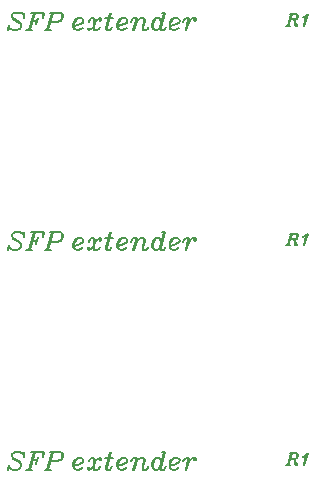
<source format=gto>
%FSLAX46Y46*%
%MOMM*%
%ADD10C,0.150000*%
G01*
%LPD*%
G01*
%LPD*%
D10*
X40400000Y43373808D02*
X40685716Y44373808D01*
D10*
X40447620Y43373808D02*
X40733332Y44373808D01*
D10*
X41066668Y44373808D02*
X40542856Y44373808D01*
D10*
X41209524Y44326192D02*
X41066668Y44373808D01*
D10*
X41257144Y44230952D02*
X41209524Y44326192D01*
D10*
X41257144Y44135716D02*
X41257144Y44230952D01*
D10*
X41209524Y43992856D02*
X41257144Y44135716D01*
D10*
X41161904Y43945240D02*
X41209524Y43992856D01*
D10*
X41019048Y43897620D02*
X41161904Y43945240D01*
D10*
X40590476Y43897620D02*
X41019048Y43897620D01*
D10*
X41161904Y44326192D02*
X41066668Y44373808D01*
D10*
X41209524Y44230952D02*
X41161904Y44326192D01*
D10*
X41209524Y44135716D02*
X41209524Y44230952D01*
D10*
X41161904Y43992856D02*
X41209524Y44135716D01*
D10*
X41114284Y43945240D02*
X41161904Y43992856D01*
D10*
X41019048Y43897620D02*
X41114284Y43945240D01*
D10*
X40923808Y43850000D02*
X40828572Y43897620D01*
D10*
X40971428Y43802380D02*
X40923808Y43850000D01*
D10*
X41019048Y43421428D02*
X40971428Y43802380D01*
D10*
X41066668Y43373808D02*
X41019048Y43421428D01*
D10*
X41161904Y43373808D02*
X41066668Y43373808D01*
D10*
X41209524Y43469048D02*
X41161904Y43373808D01*
D10*
X41209524Y43516668D02*
X41209524Y43469048D01*
D10*
X41066668Y43469048D02*
X40971428Y43802380D01*
D10*
X41114284Y43421428D02*
X41066668Y43469048D01*
D10*
X41161904Y43421428D02*
X41114284Y43421428D01*
D10*
X41209524Y43469048D02*
X41161904Y43421428D01*
D10*
X40590476Y43373808D02*
X40257144Y43373808D01*
D10*
X41733332Y43373808D02*
X41971428Y44183332D01*
D10*
X41780952Y43373808D02*
X42066668Y44373808D01*
D10*
X41923808Y44230952D02*
X42066668Y44373808D01*
D10*
X41780952Y44135716D02*
X41923808Y44230952D01*
D10*
X41685716Y44088096D02*
X41780952Y44135716D01*
D10*
X41828572Y44135716D02*
X42019048Y44230952D01*
D10*
X41685716Y44088096D02*
X41828572Y44135716D01*
D10*
X18028572Y44342856D02*
X17957142Y44342856D01*
D10*
X18100000Y44485716D02*
X18028572Y44342856D01*
D10*
X18028572Y44057144D02*
X18100000Y44485716D01*
D10*
X18028572Y44200000D02*
X18028572Y44057144D01*
D10*
X17957142Y44342856D02*
X18028572Y44200000D01*
D10*
X17885714Y44414284D02*
X17957142Y44342856D01*
D10*
X17671428Y44485716D02*
X17885714Y44414284D01*
D10*
X17385714Y44485716D02*
X17671428Y44485716D01*
D10*
X17171428Y44414284D02*
X17385714Y44485716D01*
D10*
X17028572Y44271428D02*
X17171428Y44414284D01*
D10*
X17028572Y44128572D02*
X17028572Y44271428D01*
D10*
X17100000Y43985716D02*
X17028572Y44128572D01*
D10*
X17171428Y43914284D02*
X17100000Y43985716D01*
D10*
X17671428Y43628572D02*
X17171428Y43914284D01*
D10*
X17814286Y43485716D02*
X17671428Y43628572D01*
D10*
X17171428Y43985716D02*
X17028572Y44128572D01*
D10*
X17671428Y43700000D02*
X17171428Y43985716D01*
D10*
X17742858Y43628572D02*
X17671428Y43700000D01*
D10*
X17814286Y43485716D02*
X17742858Y43628572D01*
D10*
X17814286Y43271428D02*
X17814286Y43485716D01*
D10*
X17742858Y43128572D02*
X17814286Y43271428D01*
D10*
X17671428Y43057144D02*
X17742858Y43128572D01*
D10*
X17457142Y42985716D02*
X17671428Y43057144D01*
D10*
X17171428Y42985716D02*
X17457142Y42985716D01*
D10*
X16957142Y43057144D02*
X17171428Y42985716D01*
D10*
X16885714Y43128572D02*
X16957142Y43057144D01*
D10*
X16814286Y43271428D02*
X16885714Y43128572D01*
D10*
X16814286Y43414284D02*
X16814286Y43271428D01*
D10*
X16742857Y42985716D02*
X16814286Y43414284D01*
D10*
X16814286Y43128572D02*
X16742857Y42985716D01*
D10*
X16885714Y43128572D02*
X16814286Y43128572D01*
D10*
X18457142Y42985716D02*
X18885714Y44485716D01*
D10*
X18528572Y42985716D02*
X18957142Y44485716D01*
D10*
X19100000Y43485716D02*
X19242856Y44057144D01*
D10*
X19742856Y44485716D02*
X18671428Y44485716D01*
D10*
X19671428Y44057144D02*
X19742856Y44485716D01*
D10*
X19671428Y44485716D02*
X19671428Y44057144D01*
D10*
X19171428Y43771428D02*
X18742856Y43771428D01*
D10*
X18742856Y42985716D02*
X18242858Y42985716D01*
D10*
X20028572Y42985716D02*
X20457142Y44485716D01*
D10*
X20100000Y42985716D02*
X20528572Y44485716D01*
D10*
X21100000Y44485716D02*
X20242856Y44485716D01*
D10*
X21314286Y44414284D02*
X21100000Y44485716D01*
D10*
X21385714Y44271428D02*
X21314286Y44414284D01*
D10*
X21385714Y44128572D02*
X21385714Y44271428D01*
D10*
X21314286Y43914284D02*
X21385714Y44128572D01*
D10*
X21171428Y43771428D02*
X21314286Y43914284D01*
D10*
X20885714Y43700000D02*
X21171428Y43771428D01*
D10*
X20314286Y43700000D02*
X20885714Y43700000D01*
D10*
X21242856Y44414284D02*
X21100000Y44485716D01*
D10*
X21314286Y44271428D02*
X21242856Y44414284D01*
D10*
X21314286Y44128572D02*
X21314286Y44271428D01*
D10*
X21242856Y43914284D02*
X21314286Y44128572D01*
D10*
X21100000Y43771428D02*
X21242856Y43914284D01*
D10*
X20885714Y43700000D02*
X21100000Y43771428D01*
D10*
X20314286Y42985716D02*
X19814286Y42985716D01*
D10*
X22600000Y43414284D02*
X22314286Y43342856D01*
D10*
X22814286Y43485716D02*
X22600000Y43414284D01*
D10*
X23028572Y43628572D02*
X22814286Y43485716D01*
D10*
X23100000Y43771428D02*
X23028572Y43628572D01*
D10*
X23028572Y43914284D02*
X23100000Y43771428D01*
D10*
X22885714Y43985716D02*
X23028572Y43914284D01*
D10*
X22671428Y43985716D02*
X22885714Y43985716D01*
D10*
X22457144Y43914284D02*
X22671428Y43985716D01*
D10*
X22314286Y43700000D02*
X22457144Y43914284D01*
D10*
X22242856Y43485716D02*
X22314286Y43700000D01*
D10*
X22242856Y43271428D02*
X22242856Y43485716D01*
D10*
X22314286Y43128572D02*
X22242856Y43271428D01*
D10*
X22385714Y43057144D02*
X22314286Y43128572D01*
D10*
X22528572Y42985716D02*
X22385714Y43057144D01*
D10*
X22671428Y42985716D02*
X22528572Y42985716D01*
D10*
X22885714Y43057144D02*
X22671428Y42985716D01*
D10*
X23028572Y43200000D02*
X22885714Y43057144D01*
D10*
X22528572Y43914284D02*
X22671428Y43985716D01*
D10*
X22385714Y43700000D02*
X22528572Y43914284D01*
D10*
X22314286Y43485716D02*
X22385714Y43700000D01*
D10*
X22314286Y43200000D02*
X22314286Y43485716D01*
D10*
X22385714Y43057144D02*
X22314286Y43200000D01*
D10*
X23671428Y43914284D02*
X23528572Y43700000D01*
D10*
X23814286Y43985716D02*
X23671428Y43914284D01*
D10*
X24028572Y43985716D02*
X23814286Y43985716D01*
D10*
X24100000Y43842856D02*
X24028572Y43985716D01*
D10*
X24100000Y43628572D02*
X24100000Y43842856D01*
D10*
X24028572Y43842856D02*
X23957142Y43985716D01*
D10*
X24028572Y43628572D02*
X24028572Y43842856D01*
D10*
X23957142Y43342856D02*
X24028572Y43628572D01*
D10*
X23885714Y43200000D02*
X23957142Y43342856D01*
D10*
X23742856Y43057144D02*
X23885714Y43200000D01*
D10*
X23600000Y42985716D02*
X23742856Y43057144D01*
D10*
X23528572Y42985716D02*
X23600000Y42985716D01*
D10*
X23457144Y43057144D02*
X23528572Y42985716D01*
D10*
X23457144Y43128572D02*
X23457144Y43057144D01*
D10*
X23528572Y43200000D02*
X23457144Y43128572D01*
D10*
X23600000Y43128572D02*
X23528572Y43200000D01*
D10*
X23528572Y43057144D02*
X23600000Y43128572D01*
D10*
X23957142Y43128572D02*
X23957142Y43342856D01*
D10*
X24028572Y42985716D02*
X23957142Y43128572D01*
D10*
X24242856Y42985716D02*
X24028572Y42985716D01*
D10*
X24385714Y43057144D02*
X24242856Y42985716D01*
D10*
X24528572Y43271428D02*
X24385714Y43057144D01*
D10*
X24457142Y43842856D02*
X24528572Y43914284D01*
D10*
X24528572Y43771428D02*
X24457142Y43842856D01*
D10*
X24600000Y43842856D02*
X24528572Y43771428D01*
D10*
X24600000Y43914284D02*
X24600000Y43842856D01*
D10*
X24528572Y43985716D02*
X24600000Y43914284D01*
D10*
X24457142Y43985716D02*
X24528572Y43985716D01*
D10*
X24314286Y43914284D02*
X24457142Y43985716D01*
D10*
X24171428Y43771428D02*
X24314286Y43914284D01*
D10*
X24100000Y43628572D02*
X24171428Y43771428D01*
D10*
X24028572Y43342856D02*
X24100000Y43628572D01*
D10*
X24028572Y43128572D02*
X24028572Y43342856D01*
D10*
X24100000Y42985716D02*
X24028572Y43128572D01*
D10*
X25100000Y43485716D02*
X25385714Y44485716D01*
D10*
X25028572Y43200000D02*
X25100000Y43485716D01*
D10*
X25028572Y43057144D02*
X25028572Y43200000D01*
D10*
X25100000Y42985716D02*
X25028572Y43057144D01*
D10*
X25314286Y42985716D02*
X25100000Y42985716D01*
D10*
X25457144Y43128572D02*
X25314286Y42985716D01*
D10*
X25528572Y43271428D02*
X25457144Y43128572D01*
D10*
X25171428Y43485716D02*
X25457144Y44485716D01*
D10*
X25100000Y43200000D02*
X25171428Y43485716D01*
D10*
X25100000Y43057144D02*
X25100000Y43200000D01*
D10*
X25171428Y42985716D02*
X25100000Y43057144D01*
D10*
X25600000Y43985716D02*
X24957142Y43985716D01*
D10*
X26314286Y43414284D02*
X26028572Y43342856D01*
D10*
X26528572Y43485716D02*
X26314286Y43414284D01*
D10*
X26742856Y43628572D02*
X26528572Y43485716D01*
D10*
X26814286Y43771428D02*
X26742856Y43628572D01*
D10*
X26742856Y43914284D02*
X26814286Y43771428D01*
D10*
X26600000Y43985716D02*
X26742856Y43914284D01*
D10*
X26385714Y43985716D02*
X26600000Y43985716D01*
D10*
X26171428Y43914284D02*
X26385714Y43985716D01*
D10*
X26028572Y43700000D02*
X26171428Y43914284D01*
D10*
X25957144Y43485716D02*
X26028572Y43700000D01*
D10*
X25957144Y43271428D02*
X25957144Y43485716D01*
D10*
X26028572Y43128572D02*
X25957144Y43271428D01*
D10*
X26100000Y43057144D02*
X26028572Y43128572D01*
D10*
X26242856Y42985716D02*
X26100000Y43057144D01*
D10*
X26385714Y42985716D02*
X26242856Y42985716D01*
D10*
X26600000Y43057144D02*
X26385714Y42985716D01*
D10*
X26742856Y43200000D02*
X26600000Y43057144D01*
D10*
X26242856Y43914284D02*
X26385714Y43985716D01*
D10*
X26100000Y43700000D02*
X26242856Y43914284D01*
D10*
X26028572Y43485716D02*
X26100000Y43700000D01*
D10*
X26028572Y43200000D02*
X26028572Y43485716D01*
D10*
X26100000Y43057144D02*
X26028572Y43200000D01*
D10*
X27171428Y43842856D02*
X27100000Y43700000D01*
D10*
X27314286Y43985716D02*
X27171428Y43842856D01*
D10*
X27528572Y43985716D02*
X27314286Y43985716D01*
D10*
X27600000Y43914284D02*
X27528572Y43985716D01*
D10*
X27600000Y43771428D02*
X27600000Y43914284D01*
D10*
X27528572Y43485716D02*
X27600000Y43771428D01*
D10*
X27385714Y42985716D02*
X27528572Y43485716D01*
D10*
X27528572Y43914284D02*
X27457144Y43985716D01*
D10*
X27528572Y43771428D02*
X27528572Y43914284D01*
D10*
X27457144Y43485716D02*
X27528572Y43771428D01*
D10*
X27314286Y42985716D02*
X27457144Y43485716D01*
D10*
X27671428Y43771428D02*
X27528572Y43485716D01*
D10*
X27814286Y43914284D02*
X27671428Y43771428D01*
D10*
X27957144Y43985716D02*
X27814286Y43914284D01*
D10*
X28100000Y43985716D02*
X27957144Y43985716D01*
D10*
X28242856Y43914284D02*
X28100000Y43985716D01*
D10*
X28314286Y43842856D02*
X28242856Y43914284D01*
D10*
X28314286Y43700000D02*
X28314286Y43842856D01*
D10*
X28171428Y43271428D02*
X28314286Y43700000D01*
D10*
X28171428Y43057144D02*
X28171428Y43271428D01*
D10*
X28242856Y42985716D02*
X28171428Y43057144D01*
D10*
X28242856Y43842856D02*
X28100000Y43985716D01*
D10*
X28242856Y43700000D02*
X28242856Y43842856D01*
D10*
X28100000Y43271428D02*
X28242856Y43700000D01*
D10*
X28100000Y43057144D02*
X28100000Y43271428D01*
D10*
X28171428Y42985716D02*
X28100000Y43057144D01*
D10*
X28385714Y42985716D02*
X28171428Y42985716D01*
D10*
X28528572Y43128572D02*
X28385714Y42985716D01*
D10*
X28600000Y43271428D02*
X28528572Y43128572D01*
D10*
X29671428Y43485716D02*
X29957144Y44485716D01*
D10*
X29600000Y43200000D02*
X29671428Y43485716D01*
D10*
X29600000Y43057144D02*
X29600000Y43200000D01*
D10*
X29671428Y42985716D02*
X29600000Y43057144D01*
D10*
X29885714Y42985716D02*
X29671428Y42985716D01*
D10*
X30028572Y43128572D02*
X29885714Y42985716D01*
D10*
X30100000Y43271428D02*
X30028572Y43128572D01*
D10*
X29742856Y43485716D02*
X30028572Y44485716D01*
D10*
X29671428Y43200000D02*
X29742856Y43485716D01*
D10*
X29671428Y43057144D02*
X29671428Y43200000D01*
D10*
X29742856Y42985716D02*
X29671428Y43057144D01*
D10*
X29671428Y43700000D02*
X29671428Y43485716D01*
D10*
X29600000Y43914284D02*
X29671428Y43700000D01*
D10*
X29457144Y43985716D02*
X29600000Y43914284D01*
D10*
X29314286Y43985716D02*
X29457144Y43985716D01*
D10*
X29100000Y43914284D02*
X29314286Y43985716D01*
D10*
X28957144Y43700000D02*
X29100000Y43914284D01*
D10*
X28885714Y43485716D02*
X28957144Y43700000D01*
D10*
X28885714Y43271428D02*
X28885714Y43485716D01*
D10*
X28957144Y43128572D02*
X28885714Y43271428D01*
D10*
X29028572Y43057144D02*
X28957144Y43128572D01*
D10*
X29171428Y42985716D02*
X29028572Y43057144D01*
D10*
X29314286Y42985716D02*
X29171428Y42985716D01*
D10*
X29457144Y43057144D02*
X29314286Y42985716D01*
D10*
X29600000Y43271428D02*
X29457144Y43057144D01*
D10*
X29671428Y43485716D02*
X29600000Y43271428D01*
D10*
X29171428Y43914284D02*
X29314286Y43985716D01*
D10*
X29028572Y43700000D02*
X29171428Y43914284D01*
D10*
X28957144Y43485716D02*
X29028572Y43700000D01*
D10*
X28957144Y43200000D02*
X28957144Y43485716D01*
D10*
X29028572Y43057144D02*
X28957144Y43200000D01*
D10*
X30028572Y44485716D02*
X29742856Y44485716D01*
D10*
X30742856Y43414284D02*
X30457144Y43342856D01*
D10*
X30957144Y43485716D02*
X30742856Y43414284D01*
D10*
X31171428Y43628572D02*
X30957144Y43485716D01*
D10*
X31242856Y43771428D02*
X31171428Y43628572D01*
D10*
X31171428Y43914284D02*
X31242856Y43771428D01*
D10*
X31028572Y43985716D02*
X31171428Y43914284D01*
D10*
X30814284Y43985716D02*
X31028572Y43985716D01*
D10*
X30600000Y43914284D02*
X30814284Y43985716D01*
D10*
X30457144Y43700000D02*
X30600000Y43914284D01*
D10*
X30385714Y43485716D02*
X30457144Y43700000D01*
D10*
X30385714Y43271428D02*
X30385714Y43485716D01*
D10*
X30457144Y43128572D02*
X30385714Y43271428D01*
D10*
X30528572Y43057144D02*
X30457144Y43128572D01*
D10*
X30671428Y42985716D02*
X30528572Y43057144D01*
D10*
X30814284Y42985716D02*
X30671428Y42985716D01*
D10*
X31028572Y43057144D02*
X30814284Y42985716D01*
D10*
X31171428Y43200000D02*
X31028572Y43057144D01*
D10*
X30671428Y43914284D02*
X30814284Y43985716D01*
D10*
X30528572Y43700000D02*
X30671428Y43914284D01*
D10*
X30457144Y43485716D02*
X30528572Y43700000D01*
D10*
X30457144Y43200000D02*
X30457144Y43485716D01*
D10*
X30528572Y43057144D02*
X30457144Y43200000D01*
D10*
X31600000Y43842856D02*
X31528572Y43700000D01*
D10*
X31742856Y43985716D02*
X31600000Y43842856D01*
D10*
X31957144Y43985716D02*
X31742856Y43985716D01*
D10*
X32028572Y43914284D02*
X31957144Y43985716D01*
D10*
X32028572Y43771428D02*
X32028572Y43914284D01*
D10*
X31957144Y43485716D02*
X32028572Y43771428D01*
D10*
X31814284Y42985716D02*
X31957144Y43485716D01*
D10*
X31957144Y43914284D02*
X31885714Y43985716D01*
D10*
X31957144Y43771428D02*
X31957144Y43914284D01*
D10*
X31885714Y43485716D02*
X31957144Y43771428D01*
D10*
X31742856Y42985716D02*
X31885714Y43485716D01*
D10*
X32100000Y43771428D02*
X31957144Y43485716D01*
D10*
X32242856Y43914284D02*
X32100000Y43771428D01*
D10*
X32385714Y43985716D02*
X32242856Y43914284D01*
D10*
X32528572Y43985716D02*
X32385714Y43985716D01*
D10*
X32600000Y43914284D02*
X32528572Y43985716D01*
D10*
X32600000Y43842856D02*
X32600000Y43914284D01*
D10*
X32528572Y43771428D02*
X32600000Y43842856D01*
D10*
X32457144Y43842856D02*
X32528572Y43771428D01*
D10*
X32528572Y43914284D02*
X32457144Y43842856D01*
D10*
X40400000Y24773810D02*
X40685716Y25773810D01*
D10*
X40447620Y24773810D02*
X40733332Y25773810D01*
D10*
X41066668Y25773810D02*
X40542856Y25773810D01*
D10*
X41209524Y25726190D02*
X41066668Y25773810D01*
D10*
X41257144Y25630952D02*
X41209524Y25726190D01*
D10*
X41257144Y25535714D02*
X41257144Y25630952D01*
D10*
X41209524Y25392858D02*
X41257144Y25535714D01*
D10*
X41161904Y25345238D02*
X41209524Y25392858D01*
D10*
X41019048Y25297620D02*
X41161904Y25345238D01*
D10*
X40590476Y25297620D02*
X41019048Y25297620D01*
D10*
X41161904Y25726190D02*
X41066668Y25773810D01*
D10*
X41209524Y25630952D02*
X41161904Y25726190D01*
D10*
X41209524Y25535714D02*
X41209524Y25630952D01*
D10*
X41161904Y25392858D02*
X41209524Y25535714D01*
D10*
X41114284Y25345238D02*
X41161904Y25392858D01*
D10*
X41019048Y25297620D02*
X41114284Y25345238D01*
D10*
X40923808Y25250000D02*
X40828572Y25297620D01*
D10*
X40971428Y25202380D02*
X40923808Y25250000D01*
D10*
X41019048Y24821428D02*
X40971428Y25202380D01*
D10*
X41066668Y24773810D02*
X41019048Y24821428D01*
D10*
X41161904Y24773810D02*
X41066668Y24773810D01*
D10*
X41209524Y24869048D02*
X41161904Y24773810D01*
D10*
X41209524Y24916666D02*
X41209524Y24869048D01*
D10*
X41066668Y24869048D02*
X40971428Y25202380D01*
D10*
X41114284Y24821428D02*
X41066668Y24869048D01*
D10*
X41161904Y24821428D02*
X41114284Y24821428D01*
D10*
X41209524Y24869048D02*
X41161904Y24821428D01*
D10*
X40590476Y24773810D02*
X40257144Y24773810D01*
D10*
X41733332Y24773810D02*
X41971428Y25583334D01*
D10*
X41780952Y24773810D02*
X42066668Y25773810D01*
D10*
X41923808Y25630952D02*
X42066668Y25773810D01*
D10*
X41780952Y25535714D02*
X41923808Y25630952D01*
D10*
X41685716Y25488096D02*
X41780952Y25535714D01*
D10*
X41828572Y25535714D02*
X42019048Y25630952D01*
D10*
X41685716Y25488096D02*
X41828572Y25535714D01*
D10*
X18028572Y25742858D02*
X17957142Y25742858D01*
D10*
X18100000Y25885714D02*
X18028572Y25742858D01*
D10*
X18028572Y25457142D02*
X18100000Y25885714D01*
D10*
X18028572Y25600000D02*
X18028572Y25457142D01*
D10*
X17957142Y25742858D02*
X18028572Y25600000D01*
D10*
X17885714Y25814286D02*
X17957142Y25742858D01*
D10*
X17671428Y25885714D02*
X17885714Y25814286D01*
D10*
X17385714Y25885714D02*
X17671428Y25885714D01*
D10*
X17171428Y25814286D02*
X17385714Y25885714D01*
D10*
X17028572Y25671428D02*
X17171428Y25814286D01*
D10*
X17028572Y25528572D02*
X17028572Y25671428D01*
D10*
X17100000Y25385714D02*
X17028572Y25528572D01*
D10*
X17171428Y25314286D02*
X17100000Y25385714D01*
D10*
X17671428Y25028572D02*
X17171428Y25314286D01*
D10*
X17814286Y24885714D02*
X17671428Y25028572D01*
D10*
X17171428Y25385714D02*
X17028572Y25528572D01*
D10*
X17671428Y25100000D02*
X17171428Y25385714D01*
D10*
X17742858Y25028572D02*
X17671428Y25100000D01*
D10*
X17814286Y24885714D02*
X17742858Y25028572D01*
D10*
X17814286Y24671428D02*
X17814286Y24885714D01*
D10*
X17742858Y24528572D02*
X17814286Y24671428D01*
D10*
X17671428Y24457142D02*
X17742858Y24528572D01*
D10*
X17457142Y24385714D02*
X17671428Y24457142D01*
D10*
X17171428Y24385714D02*
X17457142Y24385714D01*
D10*
X16957142Y24457142D02*
X17171428Y24385714D01*
D10*
X16885714Y24528572D02*
X16957142Y24457142D01*
D10*
X16814286Y24671428D02*
X16885714Y24528572D01*
D10*
X16814286Y24814286D02*
X16814286Y24671428D01*
D10*
X16742857Y24385714D02*
X16814286Y24814286D01*
D10*
X16814286Y24528572D02*
X16742857Y24385714D01*
D10*
X16885714Y24528572D02*
X16814286Y24528572D01*
D10*
X18457142Y24385714D02*
X18885714Y25885714D01*
D10*
X18528572Y24385714D02*
X18957142Y25885714D01*
D10*
X19100000Y24885714D02*
X19242856Y25457142D01*
D10*
X19742856Y25885714D02*
X18671428Y25885714D01*
D10*
X19671428Y25457142D02*
X19742856Y25885714D01*
D10*
X19671428Y25885714D02*
X19671428Y25457142D01*
D10*
X19171428Y25171428D02*
X18742856Y25171428D01*
D10*
X18742856Y24385714D02*
X18242858Y24385714D01*
D10*
X20028572Y24385714D02*
X20457142Y25885714D01*
D10*
X20100000Y24385714D02*
X20528572Y25885714D01*
D10*
X21100000Y25885714D02*
X20242856Y25885714D01*
D10*
X21314286Y25814286D02*
X21100000Y25885714D01*
D10*
X21385714Y25671428D02*
X21314286Y25814286D01*
D10*
X21385714Y25528572D02*
X21385714Y25671428D01*
D10*
X21314286Y25314286D02*
X21385714Y25528572D01*
D10*
X21171428Y25171428D02*
X21314286Y25314286D01*
D10*
X20885714Y25100000D02*
X21171428Y25171428D01*
D10*
X20314286Y25100000D02*
X20885714Y25100000D01*
D10*
X21242856Y25814286D02*
X21100000Y25885714D01*
D10*
X21314286Y25671428D02*
X21242856Y25814286D01*
D10*
X21314286Y25528572D02*
X21314286Y25671428D01*
D10*
X21242856Y25314286D02*
X21314286Y25528572D01*
D10*
X21100000Y25171428D02*
X21242856Y25314286D01*
D10*
X20885714Y25100000D02*
X21100000Y25171428D01*
D10*
X20314286Y24385714D02*
X19814286Y24385714D01*
D10*
X22600000Y24814286D02*
X22314286Y24742858D01*
D10*
X22814286Y24885714D02*
X22600000Y24814286D01*
D10*
X23028572Y25028572D02*
X22814286Y24885714D01*
D10*
X23100000Y25171428D02*
X23028572Y25028572D01*
D10*
X23028572Y25314286D02*
X23100000Y25171428D01*
D10*
X22885714Y25385714D02*
X23028572Y25314286D01*
D10*
X22671428Y25385714D02*
X22885714Y25385714D01*
D10*
X22457144Y25314286D02*
X22671428Y25385714D01*
D10*
X22314286Y25100000D02*
X22457144Y25314286D01*
D10*
X22242856Y24885714D02*
X22314286Y25100000D01*
D10*
X22242856Y24671428D02*
X22242856Y24885714D01*
D10*
X22314286Y24528572D02*
X22242856Y24671428D01*
D10*
X22385714Y24457142D02*
X22314286Y24528572D01*
D10*
X22528572Y24385714D02*
X22385714Y24457142D01*
D10*
X22671428Y24385714D02*
X22528572Y24385714D01*
D10*
X22885714Y24457142D02*
X22671428Y24385714D01*
D10*
X23028572Y24600000D02*
X22885714Y24457142D01*
D10*
X22528572Y25314286D02*
X22671428Y25385714D01*
D10*
X22385714Y25100000D02*
X22528572Y25314286D01*
D10*
X22314286Y24885714D02*
X22385714Y25100000D01*
D10*
X22314286Y24600000D02*
X22314286Y24885714D01*
D10*
X22385714Y24457142D02*
X22314286Y24600000D01*
D10*
X23671428Y25314286D02*
X23528572Y25100000D01*
D10*
X23814286Y25385714D02*
X23671428Y25314286D01*
D10*
X24028572Y25385714D02*
X23814286Y25385714D01*
D10*
X24100000Y25242858D02*
X24028572Y25385714D01*
D10*
X24100000Y25028572D02*
X24100000Y25242858D01*
D10*
X24028572Y25242858D02*
X23957142Y25385714D01*
D10*
X24028572Y25028572D02*
X24028572Y25242858D01*
D10*
X23957142Y24742858D02*
X24028572Y25028572D01*
D10*
X23885714Y24600000D02*
X23957142Y24742858D01*
D10*
X23742856Y24457142D02*
X23885714Y24600000D01*
D10*
X23600000Y24385714D02*
X23742856Y24457142D01*
D10*
X23528572Y24385714D02*
X23600000Y24385714D01*
D10*
X23457144Y24457142D02*
X23528572Y24385714D01*
D10*
X23457144Y24528572D02*
X23457144Y24457142D01*
D10*
X23528572Y24600000D02*
X23457144Y24528572D01*
D10*
X23600000Y24528572D02*
X23528572Y24600000D01*
D10*
X23528572Y24457142D02*
X23600000Y24528572D01*
D10*
X23957142Y24528572D02*
X23957142Y24742858D01*
D10*
X24028572Y24385714D02*
X23957142Y24528572D01*
D10*
X24242856Y24385714D02*
X24028572Y24385714D01*
D10*
X24385714Y24457142D02*
X24242856Y24385714D01*
D10*
X24528572Y24671428D02*
X24385714Y24457142D01*
D10*
X24457142Y25242858D02*
X24528572Y25314286D01*
D10*
X24528572Y25171428D02*
X24457142Y25242858D01*
D10*
X24600000Y25242858D02*
X24528572Y25171428D01*
D10*
X24600000Y25314286D02*
X24600000Y25242858D01*
D10*
X24528572Y25385714D02*
X24600000Y25314286D01*
D10*
X24457142Y25385714D02*
X24528572Y25385714D01*
D10*
X24314286Y25314286D02*
X24457142Y25385714D01*
D10*
X24171428Y25171428D02*
X24314286Y25314286D01*
D10*
X24100000Y25028572D02*
X24171428Y25171428D01*
D10*
X24028572Y24742858D02*
X24100000Y25028572D01*
D10*
X24028572Y24528572D02*
X24028572Y24742858D01*
D10*
X24100000Y24385714D02*
X24028572Y24528572D01*
D10*
X25100000Y24885714D02*
X25385714Y25885714D01*
D10*
X25028572Y24600000D02*
X25100000Y24885714D01*
D10*
X25028572Y24457142D02*
X25028572Y24600000D01*
D10*
X25100000Y24385714D02*
X25028572Y24457142D01*
D10*
X25314286Y24385714D02*
X25100000Y24385714D01*
D10*
X25457144Y24528572D02*
X25314286Y24385714D01*
D10*
X25528572Y24671428D02*
X25457144Y24528572D01*
D10*
X25171428Y24885714D02*
X25457144Y25885714D01*
D10*
X25100000Y24600000D02*
X25171428Y24885714D01*
D10*
X25100000Y24457142D02*
X25100000Y24600000D01*
D10*
X25171428Y24385714D02*
X25100000Y24457142D01*
D10*
X25600000Y25385714D02*
X24957142Y25385714D01*
D10*
X26314286Y24814286D02*
X26028572Y24742858D01*
D10*
X26528572Y24885714D02*
X26314286Y24814286D01*
D10*
X26742856Y25028572D02*
X26528572Y24885714D01*
D10*
X26814286Y25171428D02*
X26742856Y25028572D01*
D10*
X26742856Y25314286D02*
X26814286Y25171428D01*
D10*
X26600000Y25385714D02*
X26742856Y25314286D01*
D10*
X26385714Y25385714D02*
X26600000Y25385714D01*
D10*
X26171428Y25314286D02*
X26385714Y25385714D01*
D10*
X26028572Y25100000D02*
X26171428Y25314286D01*
D10*
X25957144Y24885714D02*
X26028572Y25100000D01*
D10*
X25957144Y24671428D02*
X25957144Y24885714D01*
D10*
X26028572Y24528572D02*
X25957144Y24671428D01*
D10*
X26100000Y24457142D02*
X26028572Y24528572D01*
D10*
X26242856Y24385714D02*
X26100000Y24457142D01*
D10*
X26385714Y24385714D02*
X26242856Y24385714D01*
D10*
X26600000Y24457142D02*
X26385714Y24385714D01*
D10*
X26742856Y24600000D02*
X26600000Y24457142D01*
D10*
X26242856Y25314286D02*
X26385714Y25385714D01*
D10*
X26100000Y25100000D02*
X26242856Y25314286D01*
D10*
X26028572Y24885714D02*
X26100000Y25100000D01*
D10*
X26028572Y24600000D02*
X26028572Y24885714D01*
D10*
X26100000Y24457142D02*
X26028572Y24600000D01*
D10*
X27171428Y25242858D02*
X27100000Y25100000D01*
D10*
X27314286Y25385714D02*
X27171428Y25242858D01*
D10*
X27528572Y25385714D02*
X27314286Y25385714D01*
D10*
X27600000Y25314286D02*
X27528572Y25385714D01*
D10*
X27600000Y25171428D02*
X27600000Y25314286D01*
D10*
X27528572Y24885714D02*
X27600000Y25171428D01*
D10*
X27385714Y24385714D02*
X27528572Y24885714D01*
D10*
X27528572Y25314286D02*
X27457144Y25385714D01*
D10*
X27528572Y25171428D02*
X27528572Y25314286D01*
D10*
X27457144Y24885714D02*
X27528572Y25171428D01*
D10*
X27314286Y24385714D02*
X27457144Y24885714D01*
D10*
X27671428Y25171428D02*
X27528572Y24885714D01*
D10*
X27814286Y25314286D02*
X27671428Y25171428D01*
D10*
X27957144Y25385714D02*
X27814286Y25314286D01*
D10*
X28100000Y25385714D02*
X27957144Y25385714D01*
D10*
X28242856Y25314286D02*
X28100000Y25385714D01*
D10*
X28314286Y25242858D02*
X28242856Y25314286D01*
D10*
X28314286Y25100000D02*
X28314286Y25242858D01*
D10*
X28171428Y24671428D02*
X28314286Y25100000D01*
D10*
X28171428Y24457142D02*
X28171428Y24671428D01*
D10*
X28242856Y24385714D02*
X28171428Y24457142D01*
D10*
X28242856Y25242858D02*
X28100000Y25385714D01*
D10*
X28242856Y25100000D02*
X28242856Y25242858D01*
D10*
X28100000Y24671428D02*
X28242856Y25100000D01*
D10*
X28100000Y24457142D02*
X28100000Y24671428D01*
D10*
X28171428Y24385714D02*
X28100000Y24457142D01*
D10*
X28385714Y24385714D02*
X28171428Y24385714D01*
D10*
X28528572Y24528572D02*
X28385714Y24385714D01*
D10*
X28600000Y24671428D02*
X28528572Y24528572D01*
D10*
X29671428Y24885714D02*
X29957144Y25885714D01*
D10*
X29600000Y24600000D02*
X29671428Y24885714D01*
D10*
X29600000Y24457142D02*
X29600000Y24600000D01*
D10*
X29671428Y24385714D02*
X29600000Y24457142D01*
D10*
X29885714Y24385714D02*
X29671428Y24385714D01*
D10*
X30028572Y24528572D02*
X29885714Y24385714D01*
D10*
X30100000Y24671428D02*
X30028572Y24528572D01*
D10*
X29742856Y24885714D02*
X30028572Y25885714D01*
D10*
X29671428Y24600000D02*
X29742856Y24885714D01*
D10*
X29671428Y24457142D02*
X29671428Y24600000D01*
D10*
X29742856Y24385714D02*
X29671428Y24457142D01*
D10*
X29671428Y25100000D02*
X29671428Y24885714D01*
D10*
X29600000Y25314286D02*
X29671428Y25100000D01*
D10*
X29457144Y25385714D02*
X29600000Y25314286D01*
D10*
X29314286Y25385714D02*
X29457144Y25385714D01*
D10*
X29100000Y25314286D02*
X29314286Y25385714D01*
D10*
X28957144Y25100000D02*
X29100000Y25314286D01*
D10*
X28885714Y24885714D02*
X28957144Y25100000D01*
D10*
X28885714Y24671428D02*
X28885714Y24885714D01*
D10*
X28957144Y24528572D02*
X28885714Y24671428D01*
D10*
X29028572Y24457142D02*
X28957144Y24528572D01*
D10*
X29171428Y24385714D02*
X29028572Y24457142D01*
D10*
X29314286Y24385714D02*
X29171428Y24385714D01*
D10*
X29457144Y24457142D02*
X29314286Y24385714D01*
D10*
X29600000Y24671428D02*
X29457144Y24457142D01*
D10*
X29671428Y24885714D02*
X29600000Y24671428D01*
D10*
X29171428Y25314286D02*
X29314286Y25385714D01*
D10*
X29028572Y25100000D02*
X29171428Y25314286D01*
D10*
X28957144Y24885714D02*
X29028572Y25100000D01*
D10*
X28957144Y24600000D02*
X28957144Y24885714D01*
D10*
X29028572Y24457142D02*
X28957144Y24600000D01*
D10*
X30028572Y25885714D02*
X29742856Y25885714D01*
D10*
X30742856Y24814286D02*
X30457144Y24742858D01*
D10*
X30957144Y24885714D02*
X30742856Y24814286D01*
D10*
X31171428Y25028572D02*
X30957144Y24885714D01*
D10*
X31242856Y25171428D02*
X31171428Y25028572D01*
D10*
X31171428Y25314286D02*
X31242856Y25171428D01*
D10*
X31028572Y25385714D02*
X31171428Y25314286D01*
D10*
X30814284Y25385714D02*
X31028572Y25385714D01*
D10*
X30600000Y25314286D02*
X30814284Y25385714D01*
D10*
X30457144Y25100000D02*
X30600000Y25314286D01*
D10*
X30385714Y24885714D02*
X30457144Y25100000D01*
D10*
X30385714Y24671428D02*
X30385714Y24885714D01*
D10*
X30457144Y24528572D02*
X30385714Y24671428D01*
D10*
X30528572Y24457142D02*
X30457144Y24528572D01*
D10*
X30671428Y24385714D02*
X30528572Y24457142D01*
D10*
X30814284Y24385714D02*
X30671428Y24385714D01*
D10*
X31028572Y24457142D02*
X30814284Y24385714D01*
D10*
X31171428Y24600000D02*
X31028572Y24457142D01*
D10*
X30671428Y25314286D02*
X30814284Y25385714D01*
D10*
X30528572Y25100000D02*
X30671428Y25314286D01*
D10*
X30457144Y24885714D02*
X30528572Y25100000D01*
D10*
X30457144Y24600000D02*
X30457144Y24885714D01*
D10*
X30528572Y24457142D02*
X30457144Y24600000D01*
D10*
X31600000Y25242858D02*
X31528572Y25100000D01*
D10*
X31742856Y25385714D02*
X31600000Y25242858D01*
D10*
X31957144Y25385714D02*
X31742856Y25385714D01*
D10*
X32028572Y25314286D02*
X31957144Y25385714D01*
D10*
X32028572Y25171428D02*
X32028572Y25314286D01*
D10*
X31957144Y24885714D02*
X32028572Y25171428D01*
D10*
X31814284Y24385714D02*
X31957144Y24885714D01*
D10*
X31957144Y25314286D02*
X31885714Y25385714D01*
D10*
X31957144Y25171428D02*
X31957144Y25314286D01*
D10*
X31885714Y24885714D02*
X31957144Y25171428D01*
D10*
X31742856Y24385714D02*
X31885714Y24885714D01*
D10*
X32100000Y25171428D02*
X31957144Y24885714D01*
D10*
X32242856Y25314286D02*
X32100000Y25171428D01*
D10*
X32385714Y25385714D02*
X32242856Y25314286D01*
D10*
X32528572Y25385714D02*
X32385714Y25385714D01*
D10*
X32600000Y25314286D02*
X32528572Y25385714D01*
D10*
X32600000Y25242858D02*
X32600000Y25314286D01*
D10*
X32528572Y25171428D02*
X32600000Y25242858D01*
D10*
X32457144Y25242858D02*
X32528572Y25171428D01*
D10*
X32528572Y25314286D02*
X32457144Y25242858D01*
D10*
X40400000Y6173809D02*
X40685716Y7173809D01*
D10*
X40447620Y6173809D02*
X40733332Y7173809D01*
D10*
X41066668Y7173809D02*
X40542856Y7173809D01*
D10*
X41209524Y7126190D02*
X41066668Y7173809D01*
D10*
X41257144Y7030952D02*
X41209524Y7126190D01*
D10*
X41257144Y6935714D02*
X41257144Y7030952D01*
D10*
X41209524Y6792857D02*
X41257144Y6935714D01*
D10*
X41161904Y6745238D02*
X41209524Y6792857D01*
D10*
X41019048Y6697619D02*
X41161904Y6745238D01*
D10*
X40590476Y6697619D02*
X41019048Y6697619D01*
D10*
X41161904Y7126190D02*
X41066668Y7173809D01*
D10*
X41209524Y7030952D02*
X41161904Y7126190D01*
D10*
X41209524Y6935714D02*
X41209524Y7030952D01*
D10*
X41161904Y6792857D02*
X41209524Y6935714D01*
D10*
X41114284Y6745238D02*
X41161904Y6792857D01*
D10*
X41019048Y6697619D02*
X41114284Y6745238D01*
D10*
X40923808Y6650000D02*
X40828572Y6697619D01*
D10*
X40971428Y6602381D02*
X40923808Y6650000D01*
D10*
X41019048Y6221428D02*
X40971428Y6602381D01*
D10*
X41066668Y6173809D02*
X41019048Y6221428D01*
D10*
X41161904Y6173809D02*
X41066668Y6173809D01*
D10*
X41209524Y6269047D02*
X41161904Y6173809D01*
D10*
X41209524Y6316666D02*
X41209524Y6269047D01*
D10*
X41066668Y6269047D02*
X40971428Y6602381D01*
D10*
X41114284Y6221428D02*
X41066668Y6269047D01*
D10*
X41161904Y6221428D02*
X41114284Y6221428D01*
D10*
X41209524Y6269047D02*
X41161904Y6221428D01*
D10*
X40590476Y6173809D02*
X40257144Y6173809D01*
D10*
X41733332Y6173809D02*
X41971428Y6983333D01*
D10*
X41780952Y6173809D02*
X42066668Y7173809D01*
D10*
X41923808Y7030952D02*
X42066668Y7173809D01*
D10*
X41780952Y6935714D02*
X41923808Y7030952D01*
D10*
X41685716Y6888095D02*
X41780952Y6935714D01*
D10*
X41828572Y6935714D02*
X42019048Y7030952D01*
D10*
X41685716Y6888095D02*
X41828572Y6935714D01*
D10*
X18028572Y7142857D02*
X17957142Y7142857D01*
D10*
X18100000Y7285714D02*
X18028572Y7142857D01*
D10*
X18028572Y6857143D02*
X18100000Y7285714D01*
D10*
X18028572Y7000000D02*
X18028572Y6857143D01*
D10*
X17957142Y7142857D02*
X18028572Y7000000D01*
D10*
X17885714Y7214285D02*
X17957142Y7142857D01*
D10*
X17671428Y7285714D02*
X17885714Y7214285D01*
D10*
X17385714Y7285714D02*
X17671428Y7285714D01*
D10*
X17171428Y7214285D02*
X17385714Y7285714D01*
D10*
X17028572Y7071428D02*
X17171428Y7214285D01*
D10*
X17028572Y6928571D02*
X17028572Y7071428D01*
D10*
X17100000Y6785714D02*
X17028572Y6928571D01*
D10*
X17171428Y6714285D02*
X17100000Y6785714D01*
D10*
X17671428Y6428571D02*
X17171428Y6714285D01*
D10*
X17814286Y6285714D02*
X17671428Y6428571D01*
D10*
X17171428Y6785714D02*
X17028572Y6928571D01*
D10*
X17671428Y6500000D02*
X17171428Y6785714D01*
D10*
X17742858Y6428571D02*
X17671428Y6500000D01*
D10*
X17814286Y6285714D02*
X17742858Y6428571D01*
D10*
X17814286Y6071428D02*
X17814286Y6285714D01*
D10*
X17742858Y5928571D02*
X17814286Y6071428D01*
D10*
X17671428Y5857143D02*
X17742858Y5928571D01*
D10*
X17457142Y5785714D02*
X17671428Y5857143D01*
D10*
X17171428Y5785714D02*
X17457142Y5785714D01*
D10*
X16957142Y5857143D02*
X17171428Y5785714D01*
D10*
X16885714Y5928571D02*
X16957142Y5857143D01*
D10*
X16814286Y6071428D02*
X16885714Y5928571D01*
D10*
X16814286Y6214285D02*
X16814286Y6071428D01*
D10*
X16742857Y5785714D02*
X16814286Y6214285D01*
D10*
X16814286Y5928571D02*
X16742857Y5785714D01*
D10*
X16885714Y5928571D02*
X16814286Y5928571D01*
D10*
X18457142Y5785714D02*
X18885714Y7285714D01*
D10*
X18528572Y5785714D02*
X18957142Y7285714D01*
D10*
X19100000Y6285714D02*
X19242856Y6857143D01*
D10*
X19742856Y7285714D02*
X18671428Y7285714D01*
D10*
X19671428Y6857143D02*
X19742856Y7285714D01*
D10*
X19671428Y7285714D02*
X19671428Y6857143D01*
D10*
X19171428Y6571428D02*
X18742856Y6571428D01*
D10*
X18742856Y5785714D02*
X18242858Y5785714D01*
D10*
X20028572Y5785714D02*
X20457142Y7285714D01*
D10*
X20100000Y5785714D02*
X20528572Y7285714D01*
D10*
X21100000Y7285714D02*
X20242856Y7285714D01*
D10*
X21314286Y7214285D02*
X21100000Y7285714D01*
D10*
X21385714Y7071428D02*
X21314286Y7214285D01*
D10*
X21385714Y6928571D02*
X21385714Y7071428D01*
D10*
X21314286Y6714285D02*
X21385714Y6928571D01*
D10*
X21171428Y6571428D02*
X21314286Y6714285D01*
D10*
X20885714Y6500000D02*
X21171428Y6571428D01*
D10*
X20314286Y6500000D02*
X20885714Y6500000D01*
D10*
X21242856Y7214285D02*
X21100000Y7285714D01*
D10*
X21314286Y7071428D02*
X21242856Y7214285D01*
D10*
X21314286Y6928571D02*
X21314286Y7071428D01*
D10*
X21242856Y6714285D02*
X21314286Y6928571D01*
D10*
X21100000Y6571428D02*
X21242856Y6714285D01*
D10*
X20885714Y6500000D02*
X21100000Y6571428D01*
D10*
X20314286Y5785714D02*
X19814286Y5785714D01*
D10*
X22600000Y6214285D02*
X22314286Y6142857D01*
D10*
X22814286Y6285714D02*
X22600000Y6214285D01*
D10*
X23028572Y6428571D02*
X22814286Y6285714D01*
D10*
X23100000Y6571428D02*
X23028572Y6428571D01*
D10*
X23028572Y6714285D02*
X23100000Y6571428D01*
D10*
X22885714Y6785714D02*
X23028572Y6714285D01*
D10*
X22671428Y6785714D02*
X22885714Y6785714D01*
D10*
X22457144Y6714285D02*
X22671428Y6785714D01*
D10*
X22314286Y6500000D02*
X22457144Y6714285D01*
D10*
X22242856Y6285714D02*
X22314286Y6500000D01*
D10*
X22242856Y6071428D02*
X22242856Y6285714D01*
D10*
X22314286Y5928571D02*
X22242856Y6071428D01*
D10*
X22385714Y5857143D02*
X22314286Y5928571D01*
D10*
X22528572Y5785714D02*
X22385714Y5857143D01*
D10*
X22671428Y5785714D02*
X22528572Y5785714D01*
D10*
X22885714Y5857143D02*
X22671428Y5785714D01*
D10*
X23028572Y6000000D02*
X22885714Y5857143D01*
D10*
X22528572Y6714285D02*
X22671428Y6785714D01*
D10*
X22385714Y6500000D02*
X22528572Y6714285D01*
D10*
X22314286Y6285714D02*
X22385714Y6500000D01*
D10*
X22314286Y6000000D02*
X22314286Y6285714D01*
D10*
X22385714Y5857143D02*
X22314286Y6000000D01*
D10*
X23671428Y6714285D02*
X23528572Y6500000D01*
D10*
X23814286Y6785714D02*
X23671428Y6714285D01*
D10*
X24028572Y6785714D02*
X23814286Y6785714D01*
D10*
X24100000Y6642857D02*
X24028572Y6785714D01*
D10*
X24100000Y6428571D02*
X24100000Y6642857D01*
D10*
X24028572Y6642857D02*
X23957142Y6785714D01*
D10*
X24028572Y6428571D02*
X24028572Y6642857D01*
D10*
X23957142Y6142857D02*
X24028572Y6428571D01*
D10*
X23885714Y6000000D02*
X23957142Y6142857D01*
D10*
X23742856Y5857143D02*
X23885714Y6000000D01*
D10*
X23600000Y5785714D02*
X23742856Y5857143D01*
D10*
X23528572Y5785714D02*
X23600000Y5785714D01*
D10*
X23457144Y5857143D02*
X23528572Y5785714D01*
D10*
X23457144Y5928571D02*
X23457144Y5857143D01*
D10*
X23528572Y6000000D02*
X23457144Y5928571D01*
D10*
X23600000Y5928571D02*
X23528572Y6000000D01*
D10*
X23528572Y5857143D02*
X23600000Y5928571D01*
D10*
X23957142Y5928571D02*
X23957142Y6142857D01*
D10*
X24028572Y5785714D02*
X23957142Y5928571D01*
D10*
X24242856Y5785714D02*
X24028572Y5785714D01*
D10*
X24385714Y5857143D02*
X24242856Y5785714D01*
D10*
X24528572Y6071428D02*
X24385714Y5857143D01*
D10*
X24457142Y6642857D02*
X24528572Y6714285D01*
D10*
X24528572Y6571428D02*
X24457142Y6642857D01*
D10*
X24600000Y6642857D02*
X24528572Y6571428D01*
D10*
X24600000Y6714285D02*
X24600000Y6642857D01*
D10*
X24528572Y6785714D02*
X24600000Y6714285D01*
D10*
X24457142Y6785714D02*
X24528572Y6785714D01*
D10*
X24314286Y6714285D02*
X24457142Y6785714D01*
D10*
X24171428Y6571428D02*
X24314286Y6714285D01*
D10*
X24100000Y6428571D02*
X24171428Y6571428D01*
D10*
X24028572Y6142857D02*
X24100000Y6428571D01*
D10*
X24028572Y5928571D02*
X24028572Y6142857D01*
D10*
X24100000Y5785714D02*
X24028572Y5928571D01*
D10*
X25100000Y6285714D02*
X25385714Y7285714D01*
D10*
X25028572Y6000000D02*
X25100000Y6285714D01*
D10*
X25028572Y5857143D02*
X25028572Y6000000D01*
D10*
X25100000Y5785714D02*
X25028572Y5857143D01*
D10*
X25314286Y5785714D02*
X25100000Y5785714D01*
D10*
X25457144Y5928571D02*
X25314286Y5785714D01*
D10*
X25528572Y6071428D02*
X25457144Y5928571D01*
D10*
X25171428Y6285714D02*
X25457144Y7285714D01*
D10*
X25100000Y6000000D02*
X25171428Y6285714D01*
D10*
X25100000Y5857143D02*
X25100000Y6000000D01*
D10*
X25171428Y5785714D02*
X25100000Y5857143D01*
D10*
X25600000Y6785714D02*
X24957142Y6785714D01*
D10*
X26314286Y6214285D02*
X26028572Y6142857D01*
D10*
X26528572Y6285714D02*
X26314286Y6214285D01*
D10*
X26742856Y6428571D02*
X26528572Y6285714D01*
D10*
X26814286Y6571428D02*
X26742856Y6428571D01*
D10*
X26742856Y6714285D02*
X26814286Y6571428D01*
D10*
X26600000Y6785714D02*
X26742856Y6714285D01*
D10*
X26385714Y6785714D02*
X26600000Y6785714D01*
D10*
X26171428Y6714285D02*
X26385714Y6785714D01*
D10*
X26028572Y6500000D02*
X26171428Y6714285D01*
D10*
X25957144Y6285714D02*
X26028572Y6500000D01*
D10*
X25957144Y6071428D02*
X25957144Y6285714D01*
D10*
X26028572Y5928571D02*
X25957144Y6071428D01*
D10*
X26100000Y5857143D02*
X26028572Y5928571D01*
D10*
X26242856Y5785714D02*
X26100000Y5857143D01*
D10*
X26385714Y5785714D02*
X26242856Y5785714D01*
D10*
X26600000Y5857143D02*
X26385714Y5785714D01*
D10*
X26742856Y6000000D02*
X26600000Y5857143D01*
D10*
X26242856Y6714285D02*
X26385714Y6785714D01*
D10*
X26100000Y6500000D02*
X26242856Y6714285D01*
D10*
X26028572Y6285714D02*
X26100000Y6500000D01*
D10*
X26028572Y6000000D02*
X26028572Y6285714D01*
D10*
X26100000Y5857143D02*
X26028572Y6000000D01*
D10*
X27171428Y6642857D02*
X27100000Y6500000D01*
D10*
X27314286Y6785714D02*
X27171428Y6642857D01*
D10*
X27528572Y6785714D02*
X27314286Y6785714D01*
D10*
X27600000Y6714285D02*
X27528572Y6785714D01*
D10*
X27600000Y6571428D02*
X27600000Y6714285D01*
D10*
X27528572Y6285714D02*
X27600000Y6571428D01*
D10*
X27385714Y5785714D02*
X27528572Y6285714D01*
D10*
X27528572Y6714285D02*
X27457144Y6785714D01*
D10*
X27528572Y6571428D02*
X27528572Y6714285D01*
D10*
X27457144Y6285714D02*
X27528572Y6571428D01*
D10*
X27314286Y5785714D02*
X27457144Y6285714D01*
D10*
X27671428Y6571428D02*
X27528572Y6285714D01*
D10*
X27814286Y6714285D02*
X27671428Y6571428D01*
D10*
X27957144Y6785714D02*
X27814286Y6714285D01*
D10*
X28100000Y6785714D02*
X27957144Y6785714D01*
D10*
X28242856Y6714285D02*
X28100000Y6785714D01*
D10*
X28314286Y6642857D02*
X28242856Y6714285D01*
D10*
X28314286Y6500000D02*
X28314286Y6642857D01*
D10*
X28171428Y6071428D02*
X28314286Y6500000D01*
D10*
X28171428Y5857143D02*
X28171428Y6071428D01*
D10*
X28242856Y5785714D02*
X28171428Y5857143D01*
D10*
X28242856Y6642857D02*
X28100000Y6785714D01*
D10*
X28242856Y6500000D02*
X28242856Y6642857D01*
D10*
X28100000Y6071428D02*
X28242856Y6500000D01*
D10*
X28100000Y5857143D02*
X28100000Y6071428D01*
D10*
X28171428Y5785714D02*
X28100000Y5857143D01*
D10*
X28385714Y5785714D02*
X28171428Y5785714D01*
D10*
X28528572Y5928571D02*
X28385714Y5785714D01*
D10*
X28600000Y6071428D02*
X28528572Y5928571D01*
D10*
X29671428Y6285714D02*
X29957144Y7285714D01*
D10*
X29600000Y6000000D02*
X29671428Y6285714D01*
D10*
X29600000Y5857143D02*
X29600000Y6000000D01*
D10*
X29671428Y5785714D02*
X29600000Y5857143D01*
D10*
X29885714Y5785714D02*
X29671428Y5785714D01*
D10*
X30028572Y5928571D02*
X29885714Y5785714D01*
D10*
X30100000Y6071428D02*
X30028572Y5928571D01*
D10*
X29742856Y6285714D02*
X30028572Y7285714D01*
D10*
X29671428Y6000000D02*
X29742856Y6285714D01*
D10*
X29671428Y5857143D02*
X29671428Y6000000D01*
D10*
X29742856Y5785714D02*
X29671428Y5857143D01*
D10*
X29671428Y6500000D02*
X29671428Y6285714D01*
D10*
X29600000Y6714285D02*
X29671428Y6500000D01*
D10*
X29457144Y6785714D02*
X29600000Y6714285D01*
D10*
X29314286Y6785714D02*
X29457144Y6785714D01*
D10*
X29100000Y6714285D02*
X29314286Y6785714D01*
D10*
X28957144Y6500000D02*
X29100000Y6714285D01*
D10*
X28885714Y6285714D02*
X28957144Y6500000D01*
D10*
X28885714Y6071428D02*
X28885714Y6285714D01*
D10*
X28957144Y5928571D02*
X28885714Y6071428D01*
D10*
X29028572Y5857143D02*
X28957144Y5928571D01*
D10*
X29171428Y5785714D02*
X29028572Y5857143D01*
D10*
X29314286Y5785714D02*
X29171428Y5785714D01*
D10*
X29457144Y5857143D02*
X29314286Y5785714D01*
D10*
X29600000Y6071428D02*
X29457144Y5857143D01*
D10*
X29671428Y6285714D02*
X29600000Y6071428D01*
D10*
X29171428Y6714285D02*
X29314286Y6785714D01*
D10*
X29028572Y6500000D02*
X29171428Y6714285D01*
D10*
X28957144Y6285714D02*
X29028572Y6500000D01*
D10*
X28957144Y6000000D02*
X28957144Y6285714D01*
D10*
X29028572Y5857143D02*
X28957144Y6000000D01*
D10*
X30028572Y7285714D02*
X29742856Y7285714D01*
D10*
X30742856Y6214285D02*
X30457144Y6142857D01*
D10*
X30957144Y6285714D02*
X30742856Y6214285D01*
D10*
X31171428Y6428571D02*
X30957144Y6285714D01*
D10*
X31242856Y6571428D02*
X31171428Y6428571D01*
D10*
X31171428Y6714285D02*
X31242856Y6571428D01*
D10*
X31028572Y6785714D02*
X31171428Y6714285D01*
D10*
X30814284Y6785714D02*
X31028572Y6785714D01*
D10*
X30600000Y6714285D02*
X30814284Y6785714D01*
D10*
X30457144Y6500000D02*
X30600000Y6714285D01*
D10*
X30385714Y6285714D02*
X30457144Y6500000D01*
D10*
X30385714Y6071428D02*
X30385714Y6285714D01*
D10*
X30457144Y5928571D02*
X30385714Y6071428D01*
D10*
X30528572Y5857143D02*
X30457144Y5928571D01*
D10*
X30671428Y5785714D02*
X30528572Y5857143D01*
D10*
X30814284Y5785714D02*
X30671428Y5785714D01*
D10*
X31028572Y5857143D02*
X30814284Y5785714D01*
D10*
X31171428Y6000000D02*
X31028572Y5857143D01*
D10*
X30671428Y6714285D02*
X30814284Y6785714D01*
D10*
X30528572Y6500000D02*
X30671428Y6714285D01*
D10*
X30457144Y6285714D02*
X30528572Y6500000D01*
D10*
X30457144Y6000000D02*
X30457144Y6285714D01*
D10*
X30528572Y5857143D02*
X30457144Y6000000D01*
D10*
X31600000Y6642857D02*
X31528572Y6500000D01*
D10*
X31742856Y6785714D02*
X31600000Y6642857D01*
D10*
X31957144Y6785714D02*
X31742856Y6785714D01*
D10*
X32028572Y6714285D02*
X31957144Y6785714D01*
D10*
X32028572Y6571428D02*
X32028572Y6714285D01*
D10*
X31957144Y6285714D02*
X32028572Y6571428D01*
D10*
X31814284Y5785714D02*
X31957144Y6285714D01*
D10*
X31957144Y6714285D02*
X31885714Y6785714D01*
D10*
X31957144Y6571428D02*
X31957144Y6714285D01*
D10*
X31885714Y6285714D02*
X31957144Y6571428D01*
D10*
X31742856Y5785714D02*
X31885714Y6285714D01*
D10*
X32100000Y6571428D02*
X31957144Y6285714D01*
D10*
X32242856Y6714285D02*
X32100000Y6571428D01*
D10*
X32385714Y6785714D02*
X32242856Y6714285D01*
D10*
X32528572Y6785714D02*
X32385714Y6785714D01*
D10*
X32600000Y6714285D02*
X32528572Y6785714D01*
D10*
X32600000Y6642857D02*
X32600000Y6714285D01*
D10*
X32528572Y6571428D02*
X32600000Y6642857D01*
D10*
X32457144Y6642857D02*
X32528572Y6571428D01*
D10*
X32528572Y6714285D02*
X32457144Y6642857D01*
G75*
M02*

</source>
